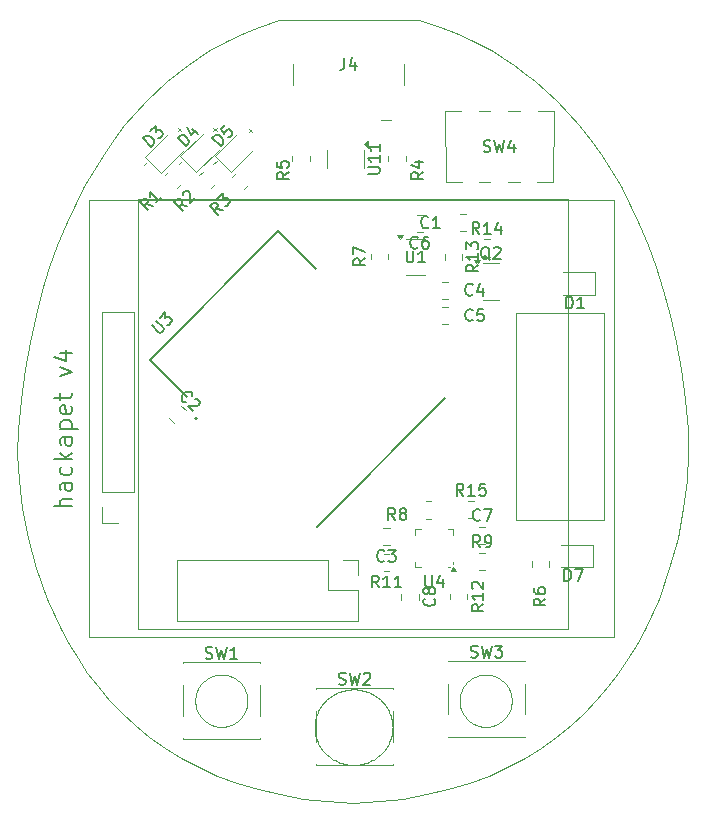
<source format=gbr>
%TF.GenerationSoftware,KiCad,Pcbnew,9.0.0*%
%TF.CreationDate,2026-01-25T00:23:47-05:00*%
%TF.ProjectId,hackapet_v4,6861636b-6170-4657-945f-76342e6b6963,rev?*%
%TF.SameCoordinates,Original*%
%TF.FileFunction,Legend,Top*%
%TF.FilePolarity,Positive*%
%FSLAX46Y46*%
G04 Gerber Fmt 4.6, Leading zero omitted, Abs format (unit mm)*
G04 Created by KiCad (PCBNEW 9.0.0) date 2026-01-25 00:23:47*
%MOMM*%
%LPD*%
G01*
G04 APERTURE LIST*
%ADD10C,0.100000*%
%ADD11C,0.150000*%
%ADD12C,0.120000*%
%ADD13C,0.127000*%
%ADD14C,0.200000*%
G04 APERTURE END LIST*
D10*
X178857408Y-113547898D02*
X177289068Y-112838962D01*
X162378608Y-90918201D02*
X162080471Y-88531532D01*
X210967467Y-107146161D02*
X209920292Y-108238538D01*
X190355114Y-115857199D02*
X188178151Y-115731536D01*
X204867063Y-54026222D02*
X205791745Y-54766563D01*
X166787196Y-65213094D02*
X167577218Y-63674000D01*
X208591774Y-57449985D02*
X209516502Y-58510276D01*
X201855680Y-113547898D02*
X200191977Y-114173499D01*
X169745622Y-107146161D02*
X168776805Y-106009305D01*
X196568762Y-115152493D02*
X194604391Y-115494783D01*
X163009081Y-76802151D02*
X163498763Y-74572819D01*
X200541829Y-51322783D02*
X202191556Y-52218526D01*
X163555623Y-95979323D02*
X162863847Y-93415600D01*
X195912795Y-49607335D02*
X196691649Y-49812151D01*
X162863847Y-93415600D02*
X162378608Y-90918201D01*
X180521111Y-114173499D02*
X178857408Y-113547898D01*
X172815684Y-56474947D02*
X174629388Y-54766573D01*
X177289068Y-112838962D02*
X175813663Y-112052242D01*
X203955349Y-53357106D02*
X204867063Y-54026222D01*
X167883917Y-104833521D02*
X167064528Y-103624359D01*
X162238484Y-81646242D02*
X162587289Y-79158790D01*
X179332876Y-105010165D02*
X179445139Y-105018702D01*
X179555769Y-105032759D01*
X179664629Y-105052200D01*
X179771578Y-105076883D01*
X179876479Y-105106672D01*
X179979191Y-105141426D01*
X180079577Y-105181007D01*
X180177497Y-105225275D01*
X180272813Y-105274093D01*
X180365385Y-105327321D01*
X180455075Y-105384820D01*
X180541744Y-105446452D01*
X180625253Y-105512077D01*
X180705463Y-105581556D01*
X180782235Y-105654751D01*
X180855430Y-105731523D01*
X180924909Y-105811733D01*
X180990534Y-105895242D01*
X181052166Y-105981911D01*
X181109665Y-106071601D01*
X181162893Y-106164173D01*
X181211711Y-106259489D01*
X181255979Y-106357409D01*
X181295560Y-106457795D01*
X181330314Y-106560508D01*
X181360103Y-106665408D01*
X181384786Y-106772357D01*
X181404227Y-106881217D01*
X181418284Y-106991847D01*
X181426821Y-107104110D01*
X181429697Y-107217866D01*
X181426821Y-107331622D01*
X181418284Y-107443885D01*
X181404227Y-107554516D01*
X181384786Y-107663375D01*
X181360103Y-107770324D01*
X181330314Y-107875225D01*
X181295560Y-107977937D01*
X181255979Y-108078323D01*
X181211711Y-108176243D01*
X181162893Y-108271559D01*
X181109665Y-108364131D01*
X181052166Y-108453821D01*
X180990534Y-108540490D01*
X180924909Y-108623999D01*
X180855430Y-108704209D01*
X180782235Y-108780981D01*
X180705463Y-108854176D01*
X180625253Y-108923655D01*
X180541744Y-108989280D01*
X180455075Y-109050912D01*
X180365385Y-109108411D01*
X180272813Y-109161639D01*
X180177497Y-109210457D01*
X180079577Y-109254726D01*
X179979191Y-109294306D01*
X179876479Y-109329060D01*
X179771578Y-109358849D01*
X179664629Y-109383532D01*
X179555769Y-109402973D01*
X179445139Y-109417031D01*
X179332876Y-109425567D01*
X179219120Y-109428443D01*
X179105364Y-109425567D01*
X178993101Y-109417031D01*
X178882471Y-109402973D01*
X178773611Y-109383532D01*
X178666662Y-109358849D01*
X178561761Y-109329060D01*
X178459049Y-109294306D01*
X178358663Y-109254726D01*
X178260743Y-109210457D01*
X178165427Y-109161639D01*
X178072855Y-109108411D01*
X177983165Y-109050912D01*
X177896496Y-108989280D01*
X177812987Y-108923655D01*
X177732777Y-108854176D01*
X177656005Y-108780981D01*
X177582810Y-108704209D01*
X177513331Y-108623999D01*
X177447706Y-108540490D01*
X177386074Y-108453821D01*
X177328575Y-108364131D01*
X177275347Y-108271559D01*
X177226529Y-108176243D01*
X177182261Y-108078323D01*
X177142680Y-107977937D01*
X177107926Y-107875225D01*
X177078137Y-107770324D01*
X177053454Y-107663375D01*
X177034013Y-107554516D01*
X177019956Y-107443885D01*
X177011419Y-107331622D01*
X177008543Y-107217866D01*
X177011419Y-107104110D01*
X177019956Y-106991847D01*
X177034013Y-106881217D01*
X177053454Y-106772357D01*
X177078137Y-106665408D01*
X177107926Y-106560508D01*
X177142680Y-106457795D01*
X177182261Y-106357409D01*
X177226529Y-106259489D01*
X177275347Y-106164173D01*
X177328575Y-106071601D01*
X177386074Y-105981911D01*
X177447706Y-105895242D01*
X177513331Y-105811733D01*
X177582810Y-105731523D01*
X177656005Y-105654751D01*
X177732777Y-105581556D01*
X177812987Y-105512077D01*
X177896496Y-105446452D01*
X177983165Y-105384820D01*
X178072855Y-105327321D01*
X178165427Y-105274093D01*
X178260743Y-105225275D01*
X178358663Y-105181007D01*
X178459049Y-105141426D01*
X178561761Y-105106672D01*
X178666662Y-105076883D01*
X178773611Y-105052200D01*
X178882471Y-105032759D01*
X178993101Y-105018702D01*
X179105364Y-105010165D01*
X179219120Y-105007289D01*
X179332876Y-105010165D01*
X168000000Y-64800000D02*
X212500000Y-64800000D01*
X162080471Y-88531532D02*
X161950000Y-86300000D01*
X190578814Y-106260485D02*
X190746753Y-106272859D01*
X190912228Y-106293236D01*
X191075034Y-106321413D01*
X191234963Y-106357187D01*
X191391810Y-106400357D01*
X191545368Y-106450719D01*
X191695431Y-106508073D01*
X191841792Y-106572215D01*
X191984246Y-106642943D01*
X192122586Y-106720055D01*
X192256605Y-106803348D01*
X192386098Y-106892620D01*
X192510858Y-106987670D01*
X192630679Y-107088293D01*
X192745354Y-107194290D01*
X192854678Y-107305456D01*
X192958444Y-107421589D01*
X193056445Y-107542488D01*
X193148476Y-107667950D01*
X193234329Y-107797772D01*
X193313800Y-107931753D01*
X193386681Y-108069690D01*
X193452766Y-108211381D01*
X193511849Y-108356623D01*
X193563723Y-108505214D01*
X193608183Y-108656952D01*
X193645022Y-108811635D01*
X193674034Y-108969059D01*
X193695012Y-109129024D01*
X193707750Y-109291326D01*
X193712041Y-109455763D01*
X193707750Y-109620200D01*
X193695012Y-109782503D01*
X193674034Y-109942468D01*
X193645022Y-110099893D01*
X193608183Y-110254575D01*
X193563723Y-110406314D01*
X193511849Y-110554905D01*
X193452766Y-110700147D01*
X193386681Y-110841838D01*
X193313800Y-110979775D01*
X193234329Y-111113756D01*
X193148476Y-111243579D01*
X193056445Y-111369041D01*
X192958444Y-111489940D01*
X192854678Y-111606074D01*
X192745354Y-111717240D01*
X192630679Y-111823236D01*
X192510858Y-111923860D01*
X192386098Y-112018910D01*
X192256605Y-112108182D01*
X192122586Y-112191475D01*
X191984246Y-112268587D01*
X191841792Y-112339315D01*
X191695431Y-112403457D01*
X191545368Y-112460811D01*
X191391810Y-112511174D01*
X191234963Y-112554343D01*
X191075034Y-112590118D01*
X190912228Y-112618294D01*
X190746753Y-112638671D01*
X190578814Y-112651045D01*
X190408617Y-112655215D01*
X190238406Y-112651045D01*
X190070453Y-112638671D01*
X189904964Y-112618294D01*
X189742147Y-112590118D01*
X189582206Y-112554343D01*
X189425349Y-112511174D01*
X189271781Y-112460811D01*
X189121709Y-112403457D01*
X188975339Y-112339315D01*
X188832878Y-112268587D01*
X188694531Y-112191475D01*
X188560505Y-112108182D01*
X188431006Y-112018910D01*
X188306241Y-111923860D01*
X188186416Y-111823236D01*
X188071736Y-111717240D01*
X187962409Y-111606074D01*
X187858640Y-111489940D01*
X187760636Y-111369041D01*
X187668603Y-111243579D01*
X187582747Y-111113756D01*
X187503275Y-110979775D01*
X187430393Y-110841838D01*
X187364307Y-110700147D01*
X187305223Y-110554905D01*
X187253348Y-110406314D01*
X187208887Y-110254575D01*
X187172048Y-110099893D01*
X187143037Y-109942468D01*
X187122058Y-109782503D01*
X187109320Y-109620200D01*
X187105029Y-109455763D01*
X187109320Y-109291326D01*
X187122058Y-109129024D01*
X187143037Y-108969059D01*
X187172048Y-108811635D01*
X187208887Y-108656952D01*
X187253348Y-108505214D01*
X187305223Y-108356623D01*
X187364307Y-108211381D01*
X187430393Y-108069690D01*
X187503275Y-107931753D01*
X187582747Y-107797772D01*
X187668603Y-107667950D01*
X187760636Y-107542488D01*
X187858640Y-107421589D01*
X187962409Y-107305456D01*
X188071736Y-107194290D01*
X188186416Y-107088293D01*
X188306241Y-106987670D01*
X188431006Y-106892620D01*
X188560505Y-106803348D01*
X188694531Y-106720055D01*
X188832878Y-106642943D01*
X188975339Y-106572215D01*
X189121709Y-106508073D01*
X189271781Y-106450719D01*
X189425349Y-106400357D01*
X189582206Y-106357187D01*
X189742147Y-106321413D01*
X189904964Y-106293236D01*
X190070453Y-106272859D01*
X190238406Y-106260485D01*
X190408617Y-106256315D01*
X190578814Y-106260485D01*
X215336905Y-68613616D02*
X216012957Y-70482057D01*
X168000000Y-101800000D02*
X168000000Y-64800000D01*
X164051241Y-72467290D02*
X164661419Y-70482058D01*
X208533418Y-101121708D02*
X172179671Y-101121708D01*
X172179671Y-64767960D01*
X208533418Y-64767960D01*
X208533418Y-101121708D01*
X174629388Y-54766573D02*
X176408927Y-53357117D01*
X173131938Y-110267653D02*
X171920759Y-109280886D01*
X218334487Y-90918201D02*
X217849247Y-93415600D01*
X165324201Y-68613618D02*
X166034492Y-66858466D01*
X205791745Y-54766563D02*
X206724212Y-55581634D01*
X210428285Y-59659317D02*
X211321940Y-60900614D01*
X170120239Y-59659323D02*
X171008578Y-58510282D01*
X202191556Y-52218526D02*
X203061786Y-52755709D01*
X214611629Y-66858463D02*
X215336905Y-68613616D01*
X209516502Y-58510276D02*
X210428285Y-59659317D01*
X196691649Y-49812151D02*
X197750414Y-50147636D01*
X168399463Y-62237676D02*
X169248835Y-60900619D01*
X217157470Y-95979323D02*
X216239720Y-98564961D01*
X212500000Y-101800000D02*
X168000000Y-101800000D01*
X161967760Y-84268013D02*
X162238484Y-81646242D01*
X171920759Y-109280886D02*
X170792797Y-108238538D01*
X163498763Y-74572819D02*
X164051241Y-72467290D01*
X203061786Y-52755709D02*
X203955349Y-53357106D01*
X215690032Y-99852122D02*
X215076563Y-101128109D01*
X206284326Y-111193289D02*
X204899425Y-112052242D01*
X217849247Y-93415600D02*
X217157470Y-95979323D01*
X216239720Y-98564961D02*
X215690032Y-99852122D01*
X204150000Y-74375000D02*
X211650000Y-74375000D01*
X211650000Y-91925000D01*
X204150000Y-91925000D01*
X204150000Y-74375000D01*
X199047627Y-50641833D02*
X200541829Y-51322783D01*
X218745338Y-84268013D02*
X218763097Y-86300000D01*
X217196659Y-74572818D02*
X217693943Y-76802150D01*
X175813663Y-112052242D02*
X174428763Y-111193289D01*
X217693943Y-76802150D02*
X218121273Y-79158790D01*
X211321940Y-60900614D02*
X212192285Y-62237672D01*
X184085921Y-49607351D02*
X195912795Y-49607335D01*
X213648563Y-103624359D02*
X212829173Y-104833521D01*
X204899425Y-112052242D02*
X203424020Y-112838962D01*
X168776805Y-106009305D02*
X167883917Y-104833521D01*
X188178151Y-115731536D02*
X186108698Y-115494783D01*
X213842312Y-65213091D02*
X214611629Y-66858463D01*
X198430481Y-114710214D02*
X196568762Y-115152493D01*
X218632625Y-88531532D02*
X218334487Y-90918201D01*
X171008578Y-58510282D02*
X172815684Y-56474947D01*
X167577218Y-63674000D02*
X168399463Y-62237676D01*
X179702454Y-51322796D02*
X181134915Y-50641848D01*
X212500000Y-64800000D02*
X212500000Y-101800000D01*
X165023059Y-99852122D02*
X164473372Y-98564961D01*
X169248835Y-60900619D02*
X170120239Y-59659323D01*
X203424020Y-112838962D02*
X201855680Y-113547898D01*
X165636528Y-101128109D02*
X165023059Y-99852122D01*
X181134915Y-50641848D02*
X182370156Y-50147652D01*
X194604391Y-115494783D02*
X192534938Y-115731536D01*
X192534938Y-115731536D02*
X190357975Y-115857199D01*
X206724212Y-55581634D02*
X207659283Y-56474939D01*
X162587289Y-79158790D02*
X163009081Y-76802151D01*
X207659283Y-56474939D02*
X208591774Y-57449985D01*
X166316208Y-102387372D02*
X165636528Y-101128109D01*
X218121273Y-79158790D02*
X218473465Y-81646242D01*
X170792797Y-108238538D02*
X169745622Y-107146161D01*
X166034492Y-66858466D02*
X166787196Y-65213094D01*
X208792330Y-109280886D02*
X207581151Y-110267653D01*
X212192285Y-62237672D02*
X213034136Y-63673996D01*
X174428763Y-111193289D02*
X173131938Y-110267653D01*
X214396883Y-102387372D02*
X213648563Y-103624359D01*
X216634602Y-72467289D02*
X217196659Y-74572818D01*
X200191977Y-114173499D02*
X198430481Y-114710214D01*
X197750414Y-50147636D02*
X199047627Y-50641833D01*
X176408927Y-53357117D02*
X178113537Y-52218539D01*
X164661419Y-70482058D02*
X165324201Y-68613618D01*
X218763097Y-86300000D02*
X218632625Y-88531532D01*
X215076563Y-101128109D02*
X214396883Y-102387372D01*
X186108698Y-115494783D02*
X184144327Y-115152493D01*
X182282608Y-114710214D02*
X180521111Y-114173499D01*
X178113537Y-52218539D02*
X179702454Y-51322796D01*
X216012957Y-70482057D02*
X216634602Y-72467289D01*
X218473465Y-81646242D02*
X218745338Y-84268013D01*
X209920292Y-108238538D02*
X208792330Y-109280886D01*
X184144327Y-115152493D02*
X182282608Y-114710214D01*
X207581151Y-110267653D02*
X206284326Y-111193289D01*
X201711862Y-105010165D02*
X201824125Y-105018702D01*
X201934755Y-105032759D01*
X202043614Y-105052200D01*
X202150564Y-105076883D01*
X202255464Y-105106672D01*
X202358177Y-105141426D01*
X202458563Y-105181007D01*
X202556483Y-105225275D01*
X202651799Y-105274093D01*
X202744371Y-105327321D01*
X202834061Y-105384820D01*
X202920730Y-105446452D01*
X203004239Y-105512077D01*
X203084448Y-105581556D01*
X203161220Y-105654751D01*
X203234416Y-105731523D01*
X203303895Y-105811733D01*
X203369520Y-105895242D01*
X203431151Y-105981911D01*
X203488651Y-106071601D01*
X203541879Y-106164173D01*
X203590696Y-106259489D01*
X203634965Y-106357409D01*
X203674546Y-106457795D01*
X203709300Y-106560508D01*
X203739088Y-106665408D01*
X203763772Y-106772357D01*
X203783212Y-106881217D01*
X203797270Y-106991847D01*
X203805807Y-107104110D01*
X203808683Y-107217866D01*
X203805807Y-107331622D01*
X203797270Y-107443885D01*
X203783212Y-107554516D01*
X203763772Y-107663375D01*
X203739088Y-107770324D01*
X203709300Y-107875225D01*
X203674546Y-107977937D01*
X203634965Y-108078323D01*
X203590696Y-108176243D01*
X203541879Y-108271559D01*
X203488651Y-108364131D01*
X203431151Y-108453821D01*
X203369520Y-108540490D01*
X203303895Y-108623999D01*
X203234416Y-108704209D01*
X203161220Y-108780981D01*
X203084448Y-108854176D01*
X203004239Y-108923655D01*
X202920730Y-108989280D01*
X202834061Y-109050912D01*
X202744371Y-109108411D01*
X202651799Y-109161639D01*
X202556483Y-109210457D01*
X202458563Y-109254726D01*
X202358177Y-109294306D01*
X202255464Y-109329060D01*
X202150564Y-109358849D01*
X202043614Y-109383532D01*
X201934755Y-109402973D01*
X201824125Y-109417031D01*
X201711862Y-109425567D01*
X201598106Y-109428443D01*
X201484349Y-109425567D01*
X201372087Y-109417031D01*
X201261456Y-109402973D01*
X201152597Y-109383532D01*
X201045647Y-109358849D01*
X200940747Y-109329060D01*
X200838034Y-109294306D01*
X200737649Y-109254726D01*
X200639728Y-109210457D01*
X200544413Y-109161639D01*
X200451840Y-109108411D01*
X200362150Y-109050912D01*
X200275481Y-108989280D01*
X200191973Y-108923655D01*
X200111763Y-108854176D01*
X200034991Y-108780981D01*
X199961796Y-108704209D01*
X199892316Y-108623999D01*
X199826691Y-108540490D01*
X199765060Y-108453821D01*
X199707561Y-108364131D01*
X199654333Y-108271559D01*
X199605515Y-108176243D01*
X199561246Y-108078323D01*
X199521665Y-107977937D01*
X199486911Y-107875225D01*
X199457123Y-107770324D01*
X199432439Y-107663375D01*
X199412999Y-107554516D01*
X199398941Y-107443885D01*
X199390405Y-107331622D01*
X199387528Y-107217866D01*
X199390405Y-107104110D01*
X199398941Y-106991847D01*
X199412999Y-106881217D01*
X199432439Y-106772357D01*
X199457123Y-106665408D01*
X199486911Y-106560508D01*
X199521665Y-106457795D01*
X199561246Y-106357409D01*
X199605515Y-106259489D01*
X199654333Y-106164173D01*
X199707561Y-106071601D01*
X199765060Y-105981911D01*
X199826691Y-105895242D01*
X199892316Y-105811733D01*
X199961796Y-105731523D01*
X200034991Y-105654751D01*
X200111763Y-105581556D01*
X200191973Y-105512077D01*
X200275481Y-105446452D01*
X200362150Y-105384820D01*
X200451840Y-105327321D01*
X200544413Y-105274093D01*
X200639728Y-105225275D01*
X200737649Y-105181007D01*
X200838034Y-105141426D01*
X200940747Y-105106672D01*
X201045647Y-105076883D01*
X201152597Y-105052200D01*
X201261456Y-105032759D01*
X201372087Y-105018702D01*
X201484349Y-105010165D01*
X201598106Y-105007289D01*
X201711862Y-105010165D01*
X161950000Y-86300000D02*
X161967760Y-84268013D01*
X211936284Y-106009305D02*
X210967467Y-107146161D01*
X212829173Y-104833521D02*
X211936284Y-106009305D01*
X164473372Y-98564961D02*
X163555623Y-95979323D01*
X213034136Y-63673996D02*
X213842312Y-65213091D01*
X190357975Y-115857199D02*
X190355114Y-115857199D01*
X167064528Y-103624359D02*
X166316208Y-102387372D01*
X182370156Y-50147652D02*
X184085921Y-49607351D01*
X172674067Y-61862668D02*
X172943441Y-61593294D01*
X175574067Y-58987668D02*
X175843441Y-58718294D01*
X175843441Y-58987668D02*
X175574067Y-58718294D01*
D11*
X166583628Y-90769173D02*
X165083628Y-90769173D01*
X166583628Y-90126316D02*
X165797914Y-90126316D01*
X165797914Y-90126316D02*
X165655057Y-90197744D01*
X165655057Y-90197744D02*
X165583628Y-90340601D01*
X165583628Y-90340601D02*
X165583628Y-90554887D01*
X165583628Y-90554887D02*
X165655057Y-90697744D01*
X165655057Y-90697744D02*
X165726485Y-90769173D01*
X166583628Y-88769173D02*
X165797914Y-88769173D01*
X165797914Y-88769173D02*
X165655057Y-88840601D01*
X165655057Y-88840601D02*
X165583628Y-88983458D01*
X165583628Y-88983458D02*
X165583628Y-89269173D01*
X165583628Y-89269173D02*
X165655057Y-89412030D01*
X166512200Y-88769173D02*
X166583628Y-88912030D01*
X166583628Y-88912030D02*
X166583628Y-89269173D01*
X166583628Y-89269173D02*
X166512200Y-89412030D01*
X166512200Y-89412030D02*
X166369342Y-89483458D01*
X166369342Y-89483458D02*
X166226485Y-89483458D01*
X166226485Y-89483458D02*
X166083628Y-89412030D01*
X166083628Y-89412030D02*
X166012200Y-89269173D01*
X166012200Y-89269173D02*
X166012200Y-88912030D01*
X166012200Y-88912030D02*
X165940771Y-88769173D01*
X166512200Y-87412030D02*
X166583628Y-87554887D01*
X166583628Y-87554887D02*
X166583628Y-87840601D01*
X166583628Y-87840601D02*
X166512200Y-87983458D01*
X166512200Y-87983458D02*
X166440771Y-88054887D01*
X166440771Y-88054887D02*
X166297914Y-88126315D01*
X166297914Y-88126315D02*
X165869342Y-88126315D01*
X165869342Y-88126315D02*
X165726485Y-88054887D01*
X165726485Y-88054887D02*
X165655057Y-87983458D01*
X165655057Y-87983458D02*
X165583628Y-87840601D01*
X165583628Y-87840601D02*
X165583628Y-87554887D01*
X165583628Y-87554887D02*
X165655057Y-87412030D01*
X166583628Y-86769173D02*
X165083628Y-86769173D01*
X166012200Y-86626316D02*
X166583628Y-86197744D01*
X165583628Y-86197744D02*
X166155057Y-86769173D01*
X166583628Y-84912030D02*
X165797914Y-84912030D01*
X165797914Y-84912030D02*
X165655057Y-84983458D01*
X165655057Y-84983458D02*
X165583628Y-85126315D01*
X165583628Y-85126315D02*
X165583628Y-85412030D01*
X165583628Y-85412030D02*
X165655057Y-85554887D01*
X166512200Y-84912030D02*
X166583628Y-85054887D01*
X166583628Y-85054887D02*
X166583628Y-85412030D01*
X166583628Y-85412030D02*
X166512200Y-85554887D01*
X166512200Y-85554887D02*
X166369342Y-85626315D01*
X166369342Y-85626315D02*
X166226485Y-85626315D01*
X166226485Y-85626315D02*
X166083628Y-85554887D01*
X166083628Y-85554887D02*
X166012200Y-85412030D01*
X166012200Y-85412030D02*
X166012200Y-85054887D01*
X166012200Y-85054887D02*
X165940771Y-84912030D01*
X165583628Y-84197744D02*
X167083628Y-84197744D01*
X165655057Y-84197744D02*
X165583628Y-84054887D01*
X165583628Y-84054887D02*
X165583628Y-83769172D01*
X165583628Y-83769172D02*
X165655057Y-83626315D01*
X165655057Y-83626315D02*
X165726485Y-83554887D01*
X165726485Y-83554887D02*
X165869342Y-83483458D01*
X165869342Y-83483458D02*
X166297914Y-83483458D01*
X166297914Y-83483458D02*
X166440771Y-83554887D01*
X166440771Y-83554887D02*
X166512200Y-83626315D01*
X166512200Y-83626315D02*
X166583628Y-83769172D01*
X166583628Y-83769172D02*
X166583628Y-84054887D01*
X166583628Y-84054887D02*
X166512200Y-84197744D01*
X166512200Y-82269172D02*
X166583628Y-82412029D01*
X166583628Y-82412029D02*
X166583628Y-82697744D01*
X166583628Y-82697744D02*
X166512200Y-82840601D01*
X166512200Y-82840601D02*
X166369342Y-82912029D01*
X166369342Y-82912029D02*
X165797914Y-82912029D01*
X165797914Y-82912029D02*
X165655057Y-82840601D01*
X165655057Y-82840601D02*
X165583628Y-82697744D01*
X165583628Y-82697744D02*
X165583628Y-82412029D01*
X165583628Y-82412029D02*
X165655057Y-82269172D01*
X165655057Y-82269172D02*
X165797914Y-82197744D01*
X165797914Y-82197744D02*
X165940771Y-82197744D01*
X165940771Y-82197744D02*
X166083628Y-82912029D01*
X165583628Y-81769172D02*
X165583628Y-81197744D01*
X165083628Y-81554887D02*
X166369342Y-81554887D01*
X166369342Y-81554887D02*
X166512200Y-81483458D01*
X166512200Y-81483458D02*
X166583628Y-81340601D01*
X166583628Y-81340601D02*
X166583628Y-81197744D01*
X165583628Y-79697744D02*
X166583628Y-79340601D01*
X166583628Y-79340601D02*
X165583628Y-78983458D01*
X165583628Y-77769173D02*
X166583628Y-77769173D01*
X165012200Y-78126315D02*
X166083628Y-78483458D01*
X166083628Y-78483458D02*
X166083628Y-77554887D01*
D10*
X175624067Y-61787668D02*
X175893441Y-61518294D01*
X181524067Y-59037668D02*
X181793441Y-58768294D01*
X181793441Y-59037668D02*
X181524067Y-58768294D01*
X178549067Y-58962668D02*
X178818441Y-58693294D01*
X178818441Y-58962668D02*
X178549067Y-58693294D01*
X178549067Y-61762668D02*
X178818441Y-61493294D01*
D11*
X189641666Y-52794819D02*
X189641666Y-53509104D01*
X189641666Y-53509104D02*
X189594047Y-53651961D01*
X189594047Y-53651961D02*
X189498809Y-53747200D01*
X189498809Y-53747200D02*
X189355952Y-53794819D01*
X189355952Y-53794819D02*
X189260714Y-53794819D01*
X190546428Y-53128152D02*
X190546428Y-53794819D01*
X190308333Y-52747200D02*
X190070238Y-53461485D01*
X190070238Y-53461485D02*
X190689285Y-53461485D01*
X200341667Y-103507200D02*
X200484524Y-103554819D01*
X200484524Y-103554819D02*
X200722619Y-103554819D01*
X200722619Y-103554819D02*
X200817857Y-103507200D01*
X200817857Y-103507200D02*
X200865476Y-103459580D01*
X200865476Y-103459580D02*
X200913095Y-103364342D01*
X200913095Y-103364342D02*
X200913095Y-103269104D01*
X200913095Y-103269104D02*
X200865476Y-103173866D01*
X200865476Y-103173866D02*
X200817857Y-103126247D01*
X200817857Y-103126247D02*
X200722619Y-103078628D01*
X200722619Y-103078628D02*
X200532143Y-103031009D01*
X200532143Y-103031009D02*
X200436905Y-102983390D01*
X200436905Y-102983390D02*
X200389286Y-102935771D01*
X200389286Y-102935771D02*
X200341667Y-102840533D01*
X200341667Y-102840533D02*
X200341667Y-102745295D01*
X200341667Y-102745295D02*
X200389286Y-102650057D01*
X200389286Y-102650057D02*
X200436905Y-102602438D01*
X200436905Y-102602438D02*
X200532143Y-102554819D01*
X200532143Y-102554819D02*
X200770238Y-102554819D01*
X200770238Y-102554819D02*
X200913095Y-102602438D01*
X201246429Y-102554819D02*
X201484524Y-103554819D01*
X201484524Y-103554819D02*
X201675000Y-102840533D01*
X201675000Y-102840533D02*
X201865476Y-103554819D01*
X201865476Y-103554819D02*
X202103572Y-102554819D01*
X202389286Y-102554819D02*
X203008333Y-102554819D01*
X203008333Y-102554819D02*
X202675000Y-102935771D01*
X202675000Y-102935771D02*
X202817857Y-102935771D01*
X202817857Y-102935771D02*
X202913095Y-102983390D01*
X202913095Y-102983390D02*
X202960714Y-103031009D01*
X202960714Y-103031009D02*
X203008333Y-103126247D01*
X203008333Y-103126247D02*
X203008333Y-103364342D01*
X203008333Y-103364342D02*
X202960714Y-103459580D01*
X202960714Y-103459580D02*
X202913095Y-103507200D01*
X202913095Y-103507200D02*
X202817857Y-103554819D01*
X202817857Y-103554819D02*
X202532143Y-103554819D01*
X202532143Y-103554819D02*
X202436905Y-103507200D01*
X202436905Y-103507200D02*
X202389286Y-103459580D01*
X173282967Y-60301791D02*
X172575861Y-59594684D01*
X172575861Y-59594684D02*
X172744219Y-59426325D01*
X172744219Y-59426325D02*
X172878906Y-59358982D01*
X172878906Y-59358982D02*
X173013593Y-59358982D01*
X173013593Y-59358982D02*
X173114609Y-59392654D01*
X173114609Y-59392654D02*
X173282967Y-59493669D01*
X173282967Y-59493669D02*
X173383983Y-59594684D01*
X173383983Y-59594684D02*
X173484998Y-59763043D01*
X173484998Y-59763043D02*
X173518670Y-59864058D01*
X173518670Y-59864058D02*
X173518670Y-59998745D01*
X173518670Y-59998745D02*
X173451326Y-60133432D01*
X173451326Y-60133432D02*
X173282967Y-60301791D01*
X173215624Y-58954921D02*
X173653357Y-58517188D01*
X173653357Y-58517188D02*
X173687028Y-59022264D01*
X173687028Y-59022264D02*
X173788044Y-58921249D01*
X173788044Y-58921249D02*
X173889059Y-58887577D01*
X173889059Y-58887577D02*
X173956402Y-58887577D01*
X173956402Y-58887577D02*
X174057418Y-58921249D01*
X174057418Y-58921249D02*
X174225776Y-59089608D01*
X174225776Y-59089608D02*
X174259448Y-59190623D01*
X174259448Y-59190623D02*
X174259448Y-59257967D01*
X174259448Y-59257967D02*
X174225776Y-59358982D01*
X174225776Y-59358982D02*
X174023746Y-59561012D01*
X174023746Y-59561012D02*
X173922731Y-59594684D01*
X173922731Y-59594684D02*
X173855387Y-59594684D01*
X199707142Y-89854819D02*
X199373809Y-89378628D01*
X199135714Y-89854819D02*
X199135714Y-88854819D01*
X199135714Y-88854819D02*
X199516666Y-88854819D01*
X199516666Y-88854819D02*
X199611904Y-88902438D01*
X199611904Y-88902438D02*
X199659523Y-88950057D01*
X199659523Y-88950057D02*
X199707142Y-89045295D01*
X199707142Y-89045295D02*
X199707142Y-89188152D01*
X199707142Y-89188152D02*
X199659523Y-89283390D01*
X199659523Y-89283390D02*
X199611904Y-89331009D01*
X199611904Y-89331009D02*
X199516666Y-89378628D01*
X199516666Y-89378628D02*
X199135714Y-89378628D01*
X200659523Y-89854819D02*
X200088095Y-89854819D01*
X200373809Y-89854819D02*
X200373809Y-88854819D01*
X200373809Y-88854819D02*
X200278571Y-88997676D01*
X200278571Y-88997676D02*
X200183333Y-89092914D01*
X200183333Y-89092914D02*
X200088095Y-89140533D01*
X201564285Y-88854819D02*
X201088095Y-88854819D01*
X201088095Y-88854819D02*
X201040476Y-89331009D01*
X201040476Y-89331009D02*
X201088095Y-89283390D01*
X201088095Y-89283390D02*
X201183333Y-89235771D01*
X201183333Y-89235771D02*
X201421428Y-89235771D01*
X201421428Y-89235771D02*
X201516666Y-89283390D01*
X201516666Y-89283390D02*
X201564285Y-89331009D01*
X201564285Y-89331009D02*
X201611904Y-89426247D01*
X201611904Y-89426247D02*
X201611904Y-89664342D01*
X201611904Y-89664342D02*
X201564285Y-89759580D01*
X201564285Y-89759580D02*
X201516666Y-89807200D01*
X201516666Y-89807200D02*
X201421428Y-89854819D01*
X201421428Y-89854819D02*
X201183333Y-89854819D01*
X201183333Y-89854819D02*
X201088095Y-89807200D01*
X201088095Y-89807200D02*
X201040476Y-89759580D01*
X201130833Y-91889580D02*
X201083214Y-91937200D01*
X201083214Y-91937200D02*
X200940357Y-91984819D01*
X200940357Y-91984819D02*
X200845119Y-91984819D01*
X200845119Y-91984819D02*
X200702262Y-91937200D01*
X200702262Y-91937200D02*
X200607024Y-91841961D01*
X200607024Y-91841961D02*
X200559405Y-91746723D01*
X200559405Y-91746723D02*
X200511786Y-91556247D01*
X200511786Y-91556247D02*
X200511786Y-91413390D01*
X200511786Y-91413390D02*
X200559405Y-91222914D01*
X200559405Y-91222914D02*
X200607024Y-91127676D01*
X200607024Y-91127676D02*
X200702262Y-91032438D01*
X200702262Y-91032438D02*
X200845119Y-90984819D01*
X200845119Y-90984819D02*
X200940357Y-90984819D01*
X200940357Y-90984819D02*
X201083214Y-91032438D01*
X201083214Y-91032438D02*
X201130833Y-91080057D01*
X201464167Y-90984819D02*
X202130833Y-90984819D01*
X202130833Y-90984819D02*
X201702262Y-91984819D01*
X208411905Y-74004819D02*
X208411905Y-73004819D01*
X208411905Y-73004819D02*
X208650000Y-73004819D01*
X208650000Y-73004819D02*
X208792857Y-73052438D01*
X208792857Y-73052438D02*
X208888095Y-73147676D01*
X208888095Y-73147676D02*
X208935714Y-73242914D01*
X208935714Y-73242914D02*
X208983333Y-73433390D01*
X208983333Y-73433390D02*
X208983333Y-73576247D01*
X208983333Y-73576247D02*
X208935714Y-73766723D01*
X208935714Y-73766723D02*
X208888095Y-73861961D01*
X208888095Y-73861961D02*
X208792857Y-73957200D01*
X208792857Y-73957200D02*
X208650000Y-74004819D01*
X208650000Y-74004819D02*
X208411905Y-74004819D01*
X209935714Y-74004819D02*
X209364286Y-74004819D01*
X209650000Y-74004819D02*
X209650000Y-73004819D01*
X209650000Y-73004819D02*
X209554762Y-73147676D01*
X209554762Y-73147676D02*
X209459524Y-73242914D01*
X209459524Y-73242914D02*
X209364286Y-73290533D01*
X195839583Y-68833330D02*
X195791964Y-68880950D01*
X195791964Y-68880950D02*
X195649107Y-68928569D01*
X195649107Y-68928569D02*
X195553869Y-68928569D01*
X195553869Y-68928569D02*
X195411012Y-68880950D01*
X195411012Y-68880950D02*
X195315774Y-68785711D01*
X195315774Y-68785711D02*
X195268155Y-68690473D01*
X195268155Y-68690473D02*
X195220536Y-68499997D01*
X195220536Y-68499997D02*
X195220536Y-68357140D01*
X195220536Y-68357140D02*
X195268155Y-68166664D01*
X195268155Y-68166664D02*
X195315774Y-68071426D01*
X195315774Y-68071426D02*
X195411012Y-67976188D01*
X195411012Y-67976188D02*
X195553869Y-67928569D01*
X195553869Y-67928569D02*
X195649107Y-67928569D01*
X195649107Y-67928569D02*
X195791964Y-67976188D01*
X195791964Y-67976188D02*
X195839583Y-68023807D01*
X196696726Y-67928569D02*
X196506250Y-67928569D01*
X196506250Y-67928569D02*
X196411012Y-67976188D01*
X196411012Y-67976188D02*
X196363393Y-68023807D01*
X196363393Y-68023807D02*
X196268155Y-68166664D01*
X196268155Y-68166664D02*
X196220536Y-68357140D01*
X196220536Y-68357140D02*
X196220536Y-68738092D01*
X196220536Y-68738092D02*
X196268155Y-68833330D01*
X196268155Y-68833330D02*
X196315774Y-68880950D01*
X196315774Y-68880950D02*
X196411012Y-68928569D01*
X196411012Y-68928569D02*
X196601488Y-68928569D01*
X196601488Y-68928569D02*
X196696726Y-68880950D01*
X196696726Y-68880950D02*
X196744345Y-68833330D01*
X196744345Y-68833330D02*
X196791964Y-68738092D01*
X196791964Y-68738092D02*
X196791964Y-68499997D01*
X196791964Y-68499997D02*
X196744345Y-68404759D01*
X196744345Y-68404759D02*
X196696726Y-68357140D01*
X196696726Y-68357140D02*
X196601488Y-68309521D01*
X196601488Y-68309521D02*
X196411012Y-68309521D01*
X196411012Y-68309521D02*
X196315774Y-68357140D01*
X196315774Y-68357140D02*
X196268155Y-68404759D01*
X196268155Y-68404759D02*
X196220536Y-68499997D01*
X179350892Y-65645871D02*
X178778473Y-65544856D01*
X178946831Y-66049932D02*
X178239725Y-65342825D01*
X178239725Y-65342825D02*
X178509099Y-65073451D01*
X178509099Y-65073451D02*
X178610114Y-65039779D01*
X178610114Y-65039779D02*
X178677457Y-65039779D01*
X178677457Y-65039779D02*
X178778473Y-65073451D01*
X178778473Y-65073451D02*
X178879488Y-65174466D01*
X178879488Y-65174466D02*
X178913160Y-65275482D01*
X178913160Y-65275482D02*
X178913160Y-65342825D01*
X178913160Y-65342825D02*
X178879488Y-65443840D01*
X178879488Y-65443840D02*
X178610114Y-65713214D01*
X178879488Y-64703062D02*
X179317221Y-64265329D01*
X179317221Y-64265329D02*
X179350892Y-64770405D01*
X179350892Y-64770405D02*
X179451908Y-64669390D01*
X179451908Y-64669390D02*
X179552923Y-64635718D01*
X179552923Y-64635718D02*
X179620266Y-64635718D01*
X179620266Y-64635718D02*
X179721282Y-64669390D01*
X179721282Y-64669390D02*
X179889640Y-64837749D01*
X179889640Y-64837749D02*
X179923312Y-64938764D01*
X179923312Y-64938764D02*
X179923312Y-65006108D01*
X179923312Y-65006108D02*
X179889640Y-65107123D01*
X179889640Y-65107123D02*
X179687610Y-65309153D01*
X179687610Y-65309153D02*
X179586595Y-65342825D01*
X179586595Y-65342825D02*
X179519251Y-65342825D01*
X201948511Y-69893807D02*
X201853273Y-69846188D01*
X201853273Y-69846188D02*
X201758035Y-69750950D01*
X201758035Y-69750950D02*
X201615178Y-69608092D01*
X201615178Y-69608092D02*
X201519940Y-69560473D01*
X201519940Y-69560473D02*
X201424702Y-69560473D01*
X201472321Y-69798569D02*
X201377083Y-69750950D01*
X201377083Y-69750950D02*
X201281845Y-69655711D01*
X201281845Y-69655711D02*
X201234226Y-69465235D01*
X201234226Y-69465235D02*
X201234226Y-69131902D01*
X201234226Y-69131902D02*
X201281845Y-68941426D01*
X201281845Y-68941426D02*
X201377083Y-68846188D01*
X201377083Y-68846188D02*
X201472321Y-68798569D01*
X201472321Y-68798569D02*
X201662797Y-68798569D01*
X201662797Y-68798569D02*
X201758035Y-68846188D01*
X201758035Y-68846188D02*
X201853273Y-68941426D01*
X201853273Y-68941426D02*
X201900892Y-69131902D01*
X201900892Y-69131902D02*
X201900892Y-69465235D01*
X201900892Y-69465235D02*
X201853273Y-69655711D01*
X201853273Y-69655711D02*
X201758035Y-69750950D01*
X201758035Y-69750950D02*
X201662797Y-69798569D01*
X201662797Y-69798569D02*
X201472321Y-69798569D01*
X202281845Y-68893807D02*
X202329464Y-68846188D01*
X202329464Y-68846188D02*
X202424702Y-68798569D01*
X202424702Y-68798569D02*
X202662797Y-68798569D01*
X202662797Y-68798569D02*
X202758035Y-68846188D01*
X202758035Y-68846188D02*
X202805654Y-68893807D01*
X202805654Y-68893807D02*
X202853273Y-68989045D01*
X202853273Y-68989045D02*
X202853273Y-69084283D01*
X202853273Y-69084283D02*
X202805654Y-69227140D01*
X202805654Y-69227140D02*
X202234226Y-69798569D01*
X202234226Y-69798569D02*
X202853273Y-69798569D01*
X177891667Y-103607200D02*
X178034524Y-103654819D01*
X178034524Y-103654819D02*
X178272619Y-103654819D01*
X178272619Y-103654819D02*
X178367857Y-103607200D01*
X178367857Y-103607200D02*
X178415476Y-103559580D01*
X178415476Y-103559580D02*
X178463095Y-103464342D01*
X178463095Y-103464342D02*
X178463095Y-103369104D01*
X178463095Y-103369104D02*
X178415476Y-103273866D01*
X178415476Y-103273866D02*
X178367857Y-103226247D01*
X178367857Y-103226247D02*
X178272619Y-103178628D01*
X178272619Y-103178628D02*
X178082143Y-103131009D01*
X178082143Y-103131009D02*
X177986905Y-103083390D01*
X177986905Y-103083390D02*
X177939286Y-103035771D01*
X177939286Y-103035771D02*
X177891667Y-102940533D01*
X177891667Y-102940533D02*
X177891667Y-102845295D01*
X177891667Y-102845295D02*
X177939286Y-102750057D01*
X177939286Y-102750057D02*
X177986905Y-102702438D01*
X177986905Y-102702438D02*
X178082143Y-102654819D01*
X178082143Y-102654819D02*
X178320238Y-102654819D01*
X178320238Y-102654819D02*
X178463095Y-102702438D01*
X178796429Y-102654819D02*
X179034524Y-103654819D01*
X179034524Y-103654819D02*
X179225000Y-102940533D01*
X179225000Y-102940533D02*
X179415476Y-103654819D01*
X179415476Y-103654819D02*
X179653572Y-102654819D01*
X180558333Y-103654819D02*
X179986905Y-103654819D01*
X180272619Y-103654819D02*
X180272619Y-102654819D01*
X180272619Y-102654819D02*
X180177381Y-102797676D01*
X180177381Y-102797676D02*
X180082143Y-102892914D01*
X180082143Y-102892914D02*
X179986905Y-102940533D01*
X196488095Y-96584819D02*
X196488095Y-97394342D01*
X196488095Y-97394342D02*
X196535714Y-97489580D01*
X196535714Y-97489580D02*
X196583333Y-97537200D01*
X196583333Y-97537200D02*
X196678571Y-97584819D01*
X196678571Y-97584819D02*
X196869047Y-97584819D01*
X196869047Y-97584819D02*
X196964285Y-97537200D01*
X196964285Y-97537200D02*
X197011904Y-97489580D01*
X197011904Y-97489580D02*
X197059523Y-97394342D01*
X197059523Y-97394342D02*
X197059523Y-96584819D01*
X197964285Y-96918152D02*
X197964285Y-97584819D01*
X197726190Y-96537200D02*
X197488095Y-97251485D01*
X197488095Y-97251485D02*
X198107142Y-97251485D01*
X193933333Y-91904819D02*
X193600000Y-91428628D01*
X193361905Y-91904819D02*
X193361905Y-90904819D01*
X193361905Y-90904819D02*
X193742857Y-90904819D01*
X193742857Y-90904819D02*
X193838095Y-90952438D01*
X193838095Y-90952438D02*
X193885714Y-91000057D01*
X193885714Y-91000057D02*
X193933333Y-91095295D01*
X193933333Y-91095295D02*
X193933333Y-91238152D01*
X193933333Y-91238152D02*
X193885714Y-91333390D01*
X193885714Y-91333390D02*
X193838095Y-91381009D01*
X193838095Y-91381009D02*
X193742857Y-91428628D01*
X193742857Y-91428628D02*
X193361905Y-91428628D01*
X194504762Y-91333390D02*
X194409524Y-91285771D01*
X194409524Y-91285771D02*
X194361905Y-91238152D01*
X194361905Y-91238152D02*
X194314286Y-91142914D01*
X194314286Y-91142914D02*
X194314286Y-91095295D01*
X194314286Y-91095295D02*
X194361905Y-91000057D01*
X194361905Y-91000057D02*
X194409524Y-90952438D01*
X194409524Y-90952438D02*
X194504762Y-90904819D01*
X194504762Y-90904819D02*
X194695238Y-90904819D01*
X194695238Y-90904819D02*
X194790476Y-90952438D01*
X194790476Y-90952438D02*
X194838095Y-91000057D01*
X194838095Y-91000057D02*
X194885714Y-91095295D01*
X194885714Y-91095295D02*
X194885714Y-91142914D01*
X194885714Y-91142914D02*
X194838095Y-91238152D01*
X194838095Y-91238152D02*
X194790476Y-91285771D01*
X194790476Y-91285771D02*
X194695238Y-91333390D01*
X194695238Y-91333390D02*
X194504762Y-91333390D01*
X194504762Y-91333390D02*
X194409524Y-91381009D01*
X194409524Y-91381009D02*
X194361905Y-91428628D01*
X194361905Y-91428628D02*
X194314286Y-91523866D01*
X194314286Y-91523866D02*
X194314286Y-91714342D01*
X194314286Y-91714342D02*
X194361905Y-91809580D01*
X194361905Y-91809580D02*
X194409524Y-91857200D01*
X194409524Y-91857200D02*
X194504762Y-91904819D01*
X194504762Y-91904819D02*
X194695238Y-91904819D01*
X194695238Y-91904819D02*
X194790476Y-91857200D01*
X194790476Y-91857200D02*
X194838095Y-91809580D01*
X194838095Y-91809580D02*
X194885714Y-91714342D01*
X194885714Y-91714342D02*
X194885714Y-91523866D01*
X194885714Y-91523866D02*
X194838095Y-91428628D01*
X194838095Y-91428628D02*
X194790476Y-91381009D01*
X194790476Y-91381009D02*
X194695238Y-91333390D01*
X200961069Y-70286607D02*
X200484878Y-70619940D01*
X200961069Y-70858035D02*
X199961069Y-70858035D01*
X199961069Y-70858035D02*
X199961069Y-70477083D01*
X199961069Y-70477083D02*
X200008688Y-70381845D01*
X200008688Y-70381845D02*
X200056307Y-70334226D01*
X200056307Y-70334226D02*
X200151545Y-70286607D01*
X200151545Y-70286607D02*
X200294402Y-70286607D01*
X200294402Y-70286607D02*
X200389640Y-70334226D01*
X200389640Y-70334226D02*
X200437259Y-70381845D01*
X200437259Y-70381845D02*
X200484878Y-70477083D01*
X200484878Y-70477083D02*
X200484878Y-70858035D01*
X200961069Y-69334226D02*
X200961069Y-69905654D01*
X200961069Y-69619940D02*
X199961069Y-69619940D01*
X199961069Y-69619940D02*
X200103926Y-69715178D01*
X200103926Y-69715178D02*
X200199164Y-69810416D01*
X200199164Y-69810416D02*
X200246783Y-69905654D01*
X199961069Y-69000892D02*
X199961069Y-68381845D01*
X199961069Y-68381845D02*
X200342021Y-68715178D01*
X200342021Y-68715178D02*
X200342021Y-68572321D01*
X200342021Y-68572321D02*
X200389640Y-68477083D01*
X200389640Y-68477083D02*
X200437259Y-68429464D01*
X200437259Y-68429464D02*
X200532497Y-68381845D01*
X200532497Y-68381845D02*
X200770592Y-68381845D01*
X200770592Y-68381845D02*
X200865830Y-68429464D01*
X200865830Y-68429464D02*
X200913450Y-68477083D01*
X200913450Y-68477083D02*
X200961069Y-68572321D01*
X200961069Y-68572321D02*
X200961069Y-68858035D01*
X200961069Y-68858035D02*
X200913450Y-68953273D01*
X200913450Y-68953273D02*
X200865830Y-69000892D01*
X173403405Y-65298384D02*
X172830986Y-65197369D01*
X172999344Y-65702445D02*
X172292238Y-64995338D01*
X172292238Y-64995338D02*
X172561612Y-64725964D01*
X172561612Y-64725964D02*
X172662627Y-64692292D01*
X172662627Y-64692292D02*
X172729970Y-64692292D01*
X172729970Y-64692292D02*
X172830986Y-64725964D01*
X172830986Y-64725964D02*
X172932001Y-64826979D01*
X172932001Y-64826979D02*
X172965673Y-64927995D01*
X172965673Y-64927995D02*
X172965673Y-64995338D01*
X172965673Y-64995338D02*
X172932001Y-65096353D01*
X172932001Y-65096353D02*
X172662627Y-65365727D01*
X174076840Y-64624949D02*
X173672779Y-65029010D01*
X173874810Y-64826979D02*
X173167703Y-64119873D01*
X173167703Y-64119873D02*
X173201375Y-64288231D01*
X173201375Y-64288231D02*
X173201375Y-64422918D01*
X173201375Y-64422918D02*
X173167703Y-64523934D01*
X194894345Y-69098569D02*
X194894345Y-69908092D01*
X194894345Y-69908092D02*
X194941964Y-70003330D01*
X194941964Y-70003330D02*
X194989583Y-70050950D01*
X194989583Y-70050950D02*
X195084821Y-70098569D01*
X195084821Y-70098569D02*
X195275297Y-70098569D01*
X195275297Y-70098569D02*
X195370535Y-70050950D01*
X195370535Y-70050950D02*
X195418154Y-70003330D01*
X195418154Y-70003330D02*
X195465773Y-69908092D01*
X195465773Y-69908092D02*
X195465773Y-69098569D01*
X196465773Y-70098569D02*
X195894345Y-70098569D01*
X196180059Y-70098569D02*
X196180059Y-69098569D01*
X196180059Y-69098569D02*
X196084821Y-69241426D01*
X196084821Y-69241426D02*
X195989583Y-69336664D01*
X195989583Y-69336664D02*
X195894345Y-69384283D01*
X191404819Y-69766666D02*
X190928628Y-70099999D01*
X191404819Y-70338094D02*
X190404819Y-70338094D01*
X190404819Y-70338094D02*
X190404819Y-69957142D01*
X190404819Y-69957142D02*
X190452438Y-69861904D01*
X190452438Y-69861904D02*
X190500057Y-69814285D01*
X190500057Y-69814285D02*
X190595295Y-69766666D01*
X190595295Y-69766666D02*
X190738152Y-69766666D01*
X190738152Y-69766666D02*
X190833390Y-69814285D01*
X190833390Y-69814285D02*
X190881009Y-69861904D01*
X190881009Y-69861904D02*
X190928628Y-69957142D01*
X190928628Y-69957142D02*
X190928628Y-70338094D01*
X190404819Y-69433332D02*
X190404819Y-68766666D01*
X190404819Y-68766666D02*
X191404819Y-69195237D01*
X206654819Y-98566666D02*
X206178628Y-98899999D01*
X206654819Y-99138094D02*
X205654819Y-99138094D01*
X205654819Y-99138094D02*
X205654819Y-98757142D01*
X205654819Y-98757142D02*
X205702438Y-98661904D01*
X205702438Y-98661904D02*
X205750057Y-98614285D01*
X205750057Y-98614285D02*
X205845295Y-98566666D01*
X205845295Y-98566666D02*
X205988152Y-98566666D01*
X205988152Y-98566666D02*
X206083390Y-98614285D01*
X206083390Y-98614285D02*
X206131009Y-98661904D01*
X206131009Y-98661904D02*
X206178628Y-98757142D01*
X206178628Y-98757142D02*
X206178628Y-99138094D01*
X205654819Y-97709523D02*
X205654819Y-97899999D01*
X205654819Y-97899999D02*
X205702438Y-97995237D01*
X205702438Y-97995237D02*
X205750057Y-98042856D01*
X205750057Y-98042856D02*
X205892914Y-98138094D01*
X205892914Y-98138094D02*
X206083390Y-98185713D01*
X206083390Y-98185713D02*
X206464342Y-98185713D01*
X206464342Y-98185713D02*
X206559580Y-98138094D01*
X206559580Y-98138094D02*
X206607200Y-98090475D01*
X206607200Y-98090475D02*
X206654819Y-97995237D01*
X206654819Y-97995237D02*
X206654819Y-97804761D01*
X206654819Y-97804761D02*
X206607200Y-97709523D01*
X206607200Y-97709523D02*
X206559580Y-97661904D01*
X206559580Y-97661904D02*
X206464342Y-97614285D01*
X206464342Y-97614285D02*
X206226247Y-97614285D01*
X206226247Y-97614285D02*
X206131009Y-97661904D01*
X206131009Y-97661904D02*
X206083390Y-97709523D01*
X206083390Y-97709523D02*
X206035771Y-97804761D01*
X206035771Y-97804761D02*
X206035771Y-97995237D01*
X206035771Y-97995237D02*
X206083390Y-98090475D01*
X206083390Y-98090475D02*
X206131009Y-98138094D01*
X206131009Y-98138094D02*
X206226247Y-98185713D01*
X201063392Y-67698569D02*
X200730059Y-67222378D01*
X200491964Y-67698569D02*
X200491964Y-66698569D01*
X200491964Y-66698569D02*
X200872916Y-66698569D01*
X200872916Y-66698569D02*
X200968154Y-66746188D01*
X200968154Y-66746188D02*
X201015773Y-66793807D01*
X201015773Y-66793807D02*
X201063392Y-66889045D01*
X201063392Y-66889045D02*
X201063392Y-67031902D01*
X201063392Y-67031902D02*
X201015773Y-67127140D01*
X201015773Y-67127140D02*
X200968154Y-67174759D01*
X200968154Y-67174759D02*
X200872916Y-67222378D01*
X200872916Y-67222378D02*
X200491964Y-67222378D01*
X202015773Y-67698569D02*
X201444345Y-67698569D01*
X201730059Y-67698569D02*
X201730059Y-66698569D01*
X201730059Y-66698569D02*
X201634821Y-66841426D01*
X201634821Y-66841426D02*
X201539583Y-66936664D01*
X201539583Y-66936664D02*
X201444345Y-66984283D01*
X202872916Y-67031902D02*
X202872916Y-67698569D01*
X202634821Y-66650950D02*
X202396726Y-67365235D01*
X202396726Y-67365235D02*
X203015773Y-67365235D01*
X176338760Y-65333739D02*
X175766341Y-65232724D01*
X175934699Y-65737800D02*
X175227593Y-65030693D01*
X175227593Y-65030693D02*
X175496967Y-64761319D01*
X175496967Y-64761319D02*
X175597982Y-64727647D01*
X175597982Y-64727647D02*
X175665325Y-64727647D01*
X175665325Y-64727647D02*
X175766341Y-64761319D01*
X175766341Y-64761319D02*
X175867356Y-64862334D01*
X175867356Y-64862334D02*
X175901028Y-64963350D01*
X175901028Y-64963350D02*
X175901028Y-65030693D01*
X175901028Y-65030693D02*
X175867356Y-65131708D01*
X175867356Y-65131708D02*
X175597982Y-65401082D01*
X175968371Y-64424602D02*
X175968371Y-64357258D01*
X175968371Y-64357258D02*
X176002043Y-64256243D01*
X176002043Y-64256243D02*
X176170402Y-64087884D01*
X176170402Y-64087884D02*
X176271417Y-64054212D01*
X176271417Y-64054212D02*
X176338760Y-64054212D01*
X176338760Y-64054212D02*
X176439776Y-64087884D01*
X176439776Y-64087884D02*
X176507119Y-64155228D01*
X176507119Y-64155228D02*
X176574463Y-64289915D01*
X176574463Y-64289915D02*
X176574463Y-65098037D01*
X176574463Y-65098037D02*
X177012195Y-64660304D01*
X208261905Y-97054819D02*
X208261905Y-96054819D01*
X208261905Y-96054819D02*
X208500000Y-96054819D01*
X208500000Y-96054819D02*
X208642857Y-96102438D01*
X208642857Y-96102438D02*
X208738095Y-96197676D01*
X208738095Y-96197676D02*
X208785714Y-96292914D01*
X208785714Y-96292914D02*
X208833333Y-96483390D01*
X208833333Y-96483390D02*
X208833333Y-96626247D01*
X208833333Y-96626247D02*
X208785714Y-96816723D01*
X208785714Y-96816723D02*
X208738095Y-96911961D01*
X208738095Y-96911961D02*
X208642857Y-97007200D01*
X208642857Y-97007200D02*
X208500000Y-97054819D01*
X208500000Y-97054819D02*
X208261905Y-97054819D01*
X209166667Y-96054819D02*
X209833333Y-96054819D01*
X209833333Y-96054819D02*
X209404762Y-97054819D01*
X176232967Y-60251791D02*
X175525861Y-59544684D01*
X175525861Y-59544684D02*
X175694219Y-59376325D01*
X175694219Y-59376325D02*
X175828906Y-59308982D01*
X175828906Y-59308982D02*
X175963593Y-59308982D01*
X175963593Y-59308982D02*
X176064609Y-59342654D01*
X176064609Y-59342654D02*
X176232967Y-59443669D01*
X176232967Y-59443669D02*
X176333983Y-59544684D01*
X176333983Y-59544684D02*
X176434998Y-59713043D01*
X176434998Y-59713043D02*
X176468670Y-59814058D01*
X176468670Y-59814058D02*
X176468670Y-59948745D01*
X176468670Y-59948745D02*
X176401326Y-60083432D01*
X176401326Y-60083432D02*
X176232967Y-60251791D01*
X176771715Y-58770234D02*
X177243120Y-59241638D01*
X176333983Y-58669219D02*
X176670700Y-59342654D01*
X176670700Y-59342654D02*
X177108433Y-58904921D01*
X197237080Y-98576666D02*
X197284700Y-98624285D01*
X197284700Y-98624285D02*
X197332319Y-98767142D01*
X197332319Y-98767142D02*
X197332319Y-98862380D01*
X197332319Y-98862380D02*
X197284700Y-99005237D01*
X197284700Y-99005237D02*
X197189461Y-99100475D01*
X197189461Y-99100475D02*
X197094223Y-99148094D01*
X197094223Y-99148094D02*
X196903747Y-99195713D01*
X196903747Y-99195713D02*
X196760890Y-99195713D01*
X196760890Y-99195713D02*
X196570414Y-99148094D01*
X196570414Y-99148094D02*
X196475176Y-99100475D01*
X196475176Y-99100475D02*
X196379938Y-99005237D01*
X196379938Y-99005237D02*
X196332319Y-98862380D01*
X196332319Y-98862380D02*
X196332319Y-98767142D01*
X196332319Y-98767142D02*
X196379938Y-98624285D01*
X196379938Y-98624285D02*
X196427557Y-98576666D01*
X196760890Y-98005237D02*
X196713271Y-98100475D01*
X196713271Y-98100475D02*
X196665652Y-98148094D01*
X196665652Y-98148094D02*
X196570414Y-98195713D01*
X196570414Y-98195713D02*
X196522795Y-98195713D01*
X196522795Y-98195713D02*
X196427557Y-98148094D01*
X196427557Y-98148094D02*
X196379938Y-98100475D01*
X196379938Y-98100475D02*
X196332319Y-98005237D01*
X196332319Y-98005237D02*
X196332319Y-97814761D01*
X196332319Y-97814761D02*
X196379938Y-97719523D01*
X196379938Y-97719523D02*
X196427557Y-97671904D01*
X196427557Y-97671904D02*
X196522795Y-97624285D01*
X196522795Y-97624285D02*
X196570414Y-97624285D01*
X196570414Y-97624285D02*
X196665652Y-97671904D01*
X196665652Y-97671904D02*
X196713271Y-97719523D01*
X196713271Y-97719523D02*
X196760890Y-97814761D01*
X196760890Y-97814761D02*
X196760890Y-98005237D01*
X196760890Y-98005237D02*
X196808509Y-98100475D01*
X196808509Y-98100475D02*
X196856128Y-98148094D01*
X196856128Y-98148094D02*
X196951366Y-98195713D01*
X196951366Y-98195713D02*
X197141842Y-98195713D01*
X197141842Y-98195713D02*
X197237080Y-98148094D01*
X197237080Y-98148094D02*
X197284700Y-98100475D01*
X197284700Y-98100475D02*
X197332319Y-98005237D01*
X197332319Y-98005237D02*
X197332319Y-97814761D01*
X197332319Y-97814761D02*
X197284700Y-97719523D01*
X197284700Y-97719523D02*
X197237080Y-97671904D01*
X197237080Y-97671904D02*
X197141842Y-97624285D01*
X197141842Y-97624285D02*
X196951366Y-97624285D01*
X196951366Y-97624285D02*
X196856128Y-97671904D01*
X196856128Y-97671904D02*
X196808509Y-97719523D01*
X196808509Y-97719523D02*
X196760890Y-97814761D01*
X196739583Y-67103330D02*
X196691964Y-67150950D01*
X196691964Y-67150950D02*
X196549107Y-67198569D01*
X196549107Y-67198569D02*
X196453869Y-67198569D01*
X196453869Y-67198569D02*
X196311012Y-67150950D01*
X196311012Y-67150950D02*
X196215774Y-67055711D01*
X196215774Y-67055711D02*
X196168155Y-66960473D01*
X196168155Y-66960473D02*
X196120536Y-66769997D01*
X196120536Y-66769997D02*
X196120536Y-66627140D01*
X196120536Y-66627140D02*
X196168155Y-66436664D01*
X196168155Y-66436664D02*
X196215774Y-66341426D01*
X196215774Y-66341426D02*
X196311012Y-66246188D01*
X196311012Y-66246188D02*
X196453869Y-66198569D01*
X196453869Y-66198569D02*
X196549107Y-66198569D01*
X196549107Y-66198569D02*
X196691964Y-66246188D01*
X196691964Y-66246188D02*
X196739583Y-66293807D01*
X197691964Y-67198569D02*
X197120536Y-67198569D01*
X197406250Y-67198569D02*
X197406250Y-66198569D01*
X197406250Y-66198569D02*
X197311012Y-66341426D01*
X197311012Y-66341426D02*
X197215774Y-66436664D01*
X197215774Y-66436664D02*
X197120536Y-66484283D01*
X173311825Y-75442696D02*
X173884245Y-76015116D01*
X173884245Y-76015116D02*
X173985260Y-76048788D01*
X173985260Y-76048788D02*
X174052604Y-76048788D01*
X174052604Y-76048788D02*
X174153619Y-76015116D01*
X174153619Y-76015116D02*
X174288306Y-75880429D01*
X174288306Y-75880429D02*
X174321978Y-75779414D01*
X174321978Y-75779414D02*
X174321978Y-75712070D01*
X174321978Y-75712070D02*
X174288306Y-75611055D01*
X174288306Y-75611055D02*
X173715886Y-75038635D01*
X173985260Y-74769261D02*
X174422993Y-74331529D01*
X174422993Y-74331529D02*
X174456665Y-74836605D01*
X174456665Y-74836605D02*
X174557680Y-74735590D01*
X174557680Y-74735590D02*
X174658695Y-74701918D01*
X174658695Y-74701918D02*
X174726039Y-74701918D01*
X174726039Y-74701918D02*
X174827054Y-74735590D01*
X174827054Y-74735590D02*
X174995413Y-74903948D01*
X174995413Y-74903948D02*
X175029085Y-75004964D01*
X175029085Y-75004964D02*
X175029085Y-75072307D01*
X175029085Y-75072307D02*
X174995413Y-75173322D01*
X174995413Y-75173322D02*
X174793382Y-75375353D01*
X174793382Y-75375353D02*
X174692367Y-75409025D01*
X174692367Y-75409025D02*
X174625024Y-75409025D01*
X179157967Y-60251791D02*
X178450861Y-59544684D01*
X178450861Y-59544684D02*
X178619219Y-59376325D01*
X178619219Y-59376325D02*
X178753906Y-59308982D01*
X178753906Y-59308982D02*
X178888593Y-59308982D01*
X178888593Y-59308982D02*
X178989609Y-59342654D01*
X178989609Y-59342654D02*
X179157967Y-59443669D01*
X179157967Y-59443669D02*
X179258983Y-59544684D01*
X179258983Y-59544684D02*
X179359998Y-59713043D01*
X179359998Y-59713043D02*
X179393670Y-59814058D01*
X179393670Y-59814058D02*
X179393670Y-59948745D01*
X179393670Y-59948745D02*
X179326326Y-60083432D01*
X179326326Y-60083432D02*
X179157967Y-60251791D01*
X179494685Y-58500860D02*
X179157967Y-58837577D01*
X179157967Y-58837577D02*
X179461013Y-59207967D01*
X179461013Y-59207967D02*
X179461013Y-59140623D01*
X179461013Y-59140623D02*
X179494685Y-59039608D01*
X179494685Y-59039608D02*
X179663044Y-58871249D01*
X179663044Y-58871249D02*
X179764059Y-58837577D01*
X179764059Y-58837577D02*
X179831402Y-58837577D01*
X179831402Y-58837577D02*
X179932418Y-58871249D01*
X179932418Y-58871249D02*
X180100776Y-59039608D01*
X180100776Y-59039608D02*
X180134448Y-59140623D01*
X180134448Y-59140623D02*
X180134448Y-59207967D01*
X180134448Y-59207967D02*
X180100776Y-59308982D01*
X180100776Y-59308982D02*
X179932418Y-59477341D01*
X179932418Y-59477341D02*
X179831402Y-59511012D01*
X179831402Y-59511012D02*
X179764059Y-59511012D01*
X189166667Y-105807200D02*
X189309524Y-105854819D01*
X189309524Y-105854819D02*
X189547619Y-105854819D01*
X189547619Y-105854819D02*
X189642857Y-105807200D01*
X189642857Y-105807200D02*
X189690476Y-105759580D01*
X189690476Y-105759580D02*
X189738095Y-105664342D01*
X189738095Y-105664342D02*
X189738095Y-105569104D01*
X189738095Y-105569104D02*
X189690476Y-105473866D01*
X189690476Y-105473866D02*
X189642857Y-105426247D01*
X189642857Y-105426247D02*
X189547619Y-105378628D01*
X189547619Y-105378628D02*
X189357143Y-105331009D01*
X189357143Y-105331009D02*
X189261905Y-105283390D01*
X189261905Y-105283390D02*
X189214286Y-105235771D01*
X189214286Y-105235771D02*
X189166667Y-105140533D01*
X189166667Y-105140533D02*
X189166667Y-105045295D01*
X189166667Y-105045295D02*
X189214286Y-104950057D01*
X189214286Y-104950057D02*
X189261905Y-104902438D01*
X189261905Y-104902438D02*
X189357143Y-104854819D01*
X189357143Y-104854819D02*
X189595238Y-104854819D01*
X189595238Y-104854819D02*
X189738095Y-104902438D01*
X190071429Y-104854819D02*
X190309524Y-105854819D01*
X190309524Y-105854819D02*
X190500000Y-105140533D01*
X190500000Y-105140533D02*
X190690476Y-105854819D01*
X190690476Y-105854819D02*
X190928572Y-104854819D01*
X191261905Y-104950057D02*
X191309524Y-104902438D01*
X191309524Y-104902438D02*
X191404762Y-104854819D01*
X191404762Y-104854819D02*
X191642857Y-104854819D01*
X191642857Y-104854819D02*
X191738095Y-104902438D01*
X191738095Y-104902438D02*
X191785714Y-104950057D01*
X191785714Y-104950057D02*
X191833333Y-105045295D01*
X191833333Y-105045295D02*
X191833333Y-105140533D01*
X191833333Y-105140533D02*
X191785714Y-105283390D01*
X191785714Y-105283390D02*
X191214286Y-105854819D01*
X191214286Y-105854819D02*
X191833333Y-105854819D01*
X192554642Y-97614819D02*
X192221309Y-97138628D01*
X191983214Y-97614819D02*
X191983214Y-96614819D01*
X191983214Y-96614819D02*
X192364166Y-96614819D01*
X192364166Y-96614819D02*
X192459404Y-96662438D01*
X192459404Y-96662438D02*
X192507023Y-96710057D01*
X192507023Y-96710057D02*
X192554642Y-96805295D01*
X192554642Y-96805295D02*
X192554642Y-96948152D01*
X192554642Y-96948152D02*
X192507023Y-97043390D01*
X192507023Y-97043390D02*
X192459404Y-97091009D01*
X192459404Y-97091009D02*
X192364166Y-97138628D01*
X192364166Y-97138628D02*
X191983214Y-97138628D01*
X193507023Y-97614819D02*
X192935595Y-97614819D01*
X193221309Y-97614819D02*
X193221309Y-96614819D01*
X193221309Y-96614819D02*
X193126071Y-96757676D01*
X193126071Y-96757676D02*
X193030833Y-96852914D01*
X193030833Y-96852914D02*
X192935595Y-96900533D01*
X194459404Y-97614819D02*
X193887976Y-97614819D01*
X194173690Y-97614819D02*
X194173690Y-96614819D01*
X194173690Y-96614819D02*
X194078452Y-96757676D01*
X194078452Y-96757676D02*
X193983214Y-96852914D01*
X193983214Y-96852914D02*
X193887976Y-96900533D01*
X196304819Y-62466666D02*
X195828628Y-62799999D01*
X196304819Y-63038094D02*
X195304819Y-63038094D01*
X195304819Y-63038094D02*
X195304819Y-62657142D01*
X195304819Y-62657142D02*
X195352438Y-62561904D01*
X195352438Y-62561904D02*
X195400057Y-62514285D01*
X195400057Y-62514285D02*
X195495295Y-62466666D01*
X195495295Y-62466666D02*
X195638152Y-62466666D01*
X195638152Y-62466666D02*
X195733390Y-62514285D01*
X195733390Y-62514285D02*
X195781009Y-62561904D01*
X195781009Y-62561904D02*
X195828628Y-62657142D01*
X195828628Y-62657142D02*
X195828628Y-63038094D01*
X195638152Y-61609523D02*
X196304819Y-61609523D01*
X195257200Y-61847618D02*
X195971485Y-62085713D01*
X195971485Y-62085713D02*
X195971485Y-61466666D01*
X201130833Y-94214819D02*
X200797500Y-93738628D01*
X200559405Y-94214819D02*
X200559405Y-93214819D01*
X200559405Y-93214819D02*
X200940357Y-93214819D01*
X200940357Y-93214819D02*
X201035595Y-93262438D01*
X201035595Y-93262438D02*
X201083214Y-93310057D01*
X201083214Y-93310057D02*
X201130833Y-93405295D01*
X201130833Y-93405295D02*
X201130833Y-93548152D01*
X201130833Y-93548152D02*
X201083214Y-93643390D01*
X201083214Y-93643390D02*
X201035595Y-93691009D01*
X201035595Y-93691009D02*
X200940357Y-93738628D01*
X200940357Y-93738628D02*
X200559405Y-93738628D01*
X201607024Y-94214819D02*
X201797500Y-94214819D01*
X201797500Y-94214819D02*
X201892738Y-94167200D01*
X201892738Y-94167200D02*
X201940357Y-94119580D01*
X201940357Y-94119580D02*
X202035595Y-93976723D01*
X202035595Y-93976723D02*
X202083214Y-93786247D01*
X202083214Y-93786247D02*
X202083214Y-93405295D01*
X202083214Y-93405295D02*
X202035595Y-93310057D01*
X202035595Y-93310057D02*
X201987976Y-93262438D01*
X201987976Y-93262438D02*
X201892738Y-93214819D01*
X201892738Y-93214819D02*
X201702262Y-93214819D01*
X201702262Y-93214819D02*
X201607024Y-93262438D01*
X201607024Y-93262438D02*
X201559405Y-93310057D01*
X201559405Y-93310057D02*
X201511786Y-93405295D01*
X201511786Y-93405295D02*
X201511786Y-93643390D01*
X201511786Y-93643390D02*
X201559405Y-93738628D01*
X201559405Y-93738628D02*
X201607024Y-93786247D01*
X201607024Y-93786247D02*
X201702262Y-93833866D01*
X201702262Y-93833866D02*
X201892738Y-93833866D01*
X201892738Y-93833866D02*
X201987976Y-93786247D01*
X201987976Y-93786247D02*
X202035595Y-93738628D01*
X202035595Y-93738628D02*
X202083214Y-93643390D01*
X200489583Y-72818330D02*
X200441964Y-72865950D01*
X200441964Y-72865950D02*
X200299107Y-72913569D01*
X200299107Y-72913569D02*
X200203869Y-72913569D01*
X200203869Y-72913569D02*
X200061012Y-72865950D01*
X200061012Y-72865950D02*
X199965774Y-72770711D01*
X199965774Y-72770711D02*
X199918155Y-72675473D01*
X199918155Y-72675473D02*
X199870536Y-72484997D01*
X199870536Y-72484997D02*
X199870536Y-72342140D01*
X199870536Y-72342140D02*
X199918155Y-72151664D01*
X199918155Y-72151664D02*
X199965774Y-72056426D01*
X199965774Y-72056426D02*
X200061012Y-71961188D01*
X200061012Y-71961188D02*
X200203869Y-71913569D01*
X200203869Y-71913569D02*
X200299107Y-71913569D01*
X200299107Y-71913569D02*
X200441964Y-71961188D01*
X200441964Y-71961188D02*
X200489583Y-72008807D01*
X201346726Y-72246902D02*
X201346726Y-72913569D01*
X201108631Y-71865950D02*
X200870536Y-72580235D01*
X200870536Y-72580235D02*
X201489583Y-72580235D01*
X201416667Y-60707200D02*
X201559524Y-60754819D01*
X201559524Y-60754819D02*
X201797619Y-60754819D01*
X201797619Y-60754819D02*
X201892857Y-60707200D01*
X201892857Y-60707200D02*
X201940476Y-60659580D01*
X201940476Y-60659580D02*
X201988095Y-60564342D01*
X201988095Y-60564342D02*
X201988095Y-60469104D01*
X201988095Y-60469104D02*
X201940476Y-60373866D01*
X201940476Y-60373866D02*
X201892857Y-60326247D01*
X201892857Y-60326247D02*
X201797619Y-60278628D01*
X201797619Y-60278628D02*
X201607143Y-60231009D01*
X201607143Y-60231009D02*
X201511905Y-60183390D01*
X201511905Y-60183390D02*
X201464286Y-60135771D01*
X201464286Y-60135771D02*
X201416667Y-60040533D01*
X201416667Y-60040533D02*
X201416667Y-59945295D01*
X201416667Y-59945295D02*
X201464286Y-59850057D01*
X201464286Y-59850057D02*
X201511905Y-59802438D01*
X201511905Y-59802438D02*
X201607143Y-59754819D01*
X201607143Y-59754819D02*
X201845238Y-59754819D01*
X201845238Y-59754819D02*
X201988095Y-59802438D01*
X202321429Y-59754819D02*
X202559524Y-60754819D01*
X202559524Y-60754819D02*
X202750000Y-60040533D01*
X202750000Y-60040533D02*
X202940476Y-60754819D01*
X202940476Y-60754819D02*
X203178572Y-59754819D01*
X203988095Y-60088152D02*
X203988095Y-60754819D01*
X203750000Y-59707200D02*
X203511905Y-60421485D01*
X203511905Y-60421485D02*
X204130952Y-60421485D01*
X184904819Y-62466666D02*
X184428628Y-62799999D01*
X184904819Y-63038094D02*
X183904819Y-63038094D01*
X183904819Y-63038094D02*
X183904819Y-62657142D01*
X183904819Y-62657142D02*
X183952438Y-62561904D01*
X183952438Y-62561904D02*
X184000057Y-62514285D01*
X184000057Y-62514285D02*
X184095295Y-62466666D01*
X184095295Y-62466666D02*
X184238152Y-62466666D01*
X184238152Y-62466666D02*
X184333390Y-62514285D01*
X184333390Y-62514285D02*
X184381009Y-62561904D01*
X184381009Y-62561904D02*
X184428628Y-62657142D01*
X184428628Y-62657142D02*
X184428628Y-63038094D01*
X183904819Y-61561904D02*
X183904819Y-62038094D01*
X183904819Y-62038094D02*
X184381009Y-62085713D01*
X184381009Y-62085713D02*
X184333390Y-62038094D01*
X184333390Y-62038094D02*
X184285771Y-61942856D01*
X184285771Y-61942856D02*
X184285771Y-61704761D01*
X184285771Y-61704761D02*
X184333390Y-61609523D01*
X184333390Y-61609523D02*
X184381009Y-61561904D01*
X184381009Y-61561904D02*
X184476247Y-61514285D01*
X184476247Y-61514285D02*
X184714342Y-61514285D01*
X184714342Y-61514285D02*
X184809580Y-61561904D01*
X184809580Y-61561904D02*
X184857200Y-61609523D01*
X184857200Y-61609523D02*
X184904819Y-61704761D01*
X184904819Y-61704761D02*
X184904819Y-61942856D01*
X184904819Y-61942856D02*
X184857200Y-62038094D01*
X184857200Y-62038094D02*
X184809580Y-62085713D01*
X176185387Y-81947720D02*
X176118043Y-81947720D01*
X176118043Y-81947720D02*
X175983356Y-81880376D01*
X175983356Y-81880376D02*
X175916013Y-81813033D01*
X175916013Y-81813033D02*
X175848669Y-81678346D01*
X175848669Y-81678346D02*
X175848669Y-81543659D01*
X175848669Y-81543659D02*
X175882341Y-81442644D01*
X175882341Y-81442644D02*
X175983356Y-81274285D01*
X175983356Y-81274285D02*
X176084371Y-81173270D01*
X176084371Y-81173270D02*
X176252730Y-81072254D01*
X176252730Y-81072254D02*
X176353745Y-81038583D01*
X176353745Y-81038583D02*
X176488432Y-81038583D01*
X176488432Y-81038583D02*
X176623119Y-81105926D01*
X176623119Y-81105926D02*
X176690463Y-81173270D01*
X176690463Y-81173270D02*
X176757806Y-81307957D01*
X176757806Y-81307957D02*
X176757806Y-81375300D01*
X177027180Y-81644674D02*
X177094524Y-81644674D01*
X177094524Y-81644674D02*
X177195539Y-81678346D01*
X177195539Y-81678346D02*
X177363898Y-81846705D01*
X177363898Y-81846705D02*
X177397570Y-81947720D01*
X177397570Y-81947720D02*
X177397570Y-82015063D01*
X177397570Y-82015063D02*
X177363898Y-82116079D01*
X177363898Y-82116079D02*
X177296554Y-82183422D01*
X177296554Y-82183422D02*
X177161867Y-82250766D01*
X177161867Y-82250766D02*
X176353745Y-82250766D01*
X176353745Y-82250766D02*
X176791478Y-82688498D01*
X201402319Y-99052857D02*
X200926128Y-99386190D01*
X201402319Y-99624285D02*
X200402319Y-99624285D01*
X200402319Y-99624285D02*
X200402319Y-99243333D01*
X200402319Y-99243333D02*
X200449938Y-99148095D01*
X200449938Y-99148095D02*
X200497557Y-99100476D01*
X200497557Y-99100476D02*
X200592795Y-99052857D01*
X200592795Y-99052857D02*
X200735652Y-99052857D01*
X200735652Y-99052857D02*
X200830890Y-99100476D01*
X200830890Y-99100476D02*
X200878509Y-99148095D01*
X200878509Y-99148095D02*
X200926128Y-99243333D01*
X200926128Y-99243333D02*
X200926128Y-99624285D01*
X201402319Y-98100476D02*
X201402319Y-98671904D01*
X201402319Y-98386190D02*
X200402319Y-98386190D01*
X200402319Y-98386190D02*
X200545176Y-98481428D01*
X200545176Y-98481428D02*
X200640414Y-98576666D01*
X200640414Y-98576666D02*
X200688033Y-98671904D01*
X200497557Y-97719523D02*
X200449938Y-97671904D01*
X200449938Y-97671904D02*
X200402319Y-97576666D01*
X200402319Y-97576666D02*
X200402319Y-97338571D01*
X200402319Y-97338571D02*
X200449938Y-97243333D01*
X200449938Y-97243333D02*
X200497557Y-97195714D01*
X200497557Y-97195714D02*
X200592795Y-97148095D01*
X200592795Y-97148095D02*
X200688033Y-97148095D01*
X200688033Y-97148095D02*
X200830890Y-97195714D01*
X200830890Y-97195714D02*
X201402319Y-97767142D01*
X201402319Y-97767142D02*
X201402319Y-97148095D01*
X191617319Y-62588094D02*
X192426842Y-62588094D01*
X192426842Y-62588094D02*
X192522080Y-62540475D01*
X192522080Y-62540475D02*
X192569700Y-62492856D01*
X192569700Y-62492856D02*
X192617319Y-62397618D01*
X192617319Y-62397618D02*
X192617319Y-62207142D01*
X192617319Y-62207142D02*
X192569700Y-62111904D01*
X192569700Y-62111904D02*
X192522080Y-62064285D01*
X192522080Y-62064285D02*
X192426842Y-62016666D01*
X192426842Y-62016666D02*
X191617319Y-62016666D01*
X192617319Y-61016666D02*
X192617319Y-61588094D01*
X192617319Y-61302380D02*
X191617319Y-61302380D01*
X191617319Y-61302380D02*
X191760176Y-61397618D01*
X191760176Y-61397618D02*
X191855414Y-61492856D01*
X191855414Y-61492856D02*
X191903033Y-61588094D01*
X192617319Y-60064285D02*
X192617319Y-60635713D01*
X192617319Y-60349999D02*
X191617319Y-60349999D01*
X191617319Y-60349999D02*
X191760176Y-60445237D01*
X191760176Y-60445237D02*
X191855414Y-60540475D01*
X191855414Y-60540475D02*
X191903033Y-60635713D01*
X200489583Y-74953330D02*
X200441964Y-75000950D01*
X200441964Y-75000950D02*
X200299107Y-75048569D01*
X200299107Y-75048569D02*
X200203869Y-75048569D01*
X200203869Y-75048569D02*
X200061012Y-75000950D01*
X200061012Y-75000950D02*
X199965774Y-74905711D01*
X199965774Y-74905711D02*
X199918155Y-74810473D01*
X199918155Y-74810473D02*
X199870536Y-74619997D01*
X199870536Y-74619997D02*
X199870536Y-74477140D01*
X199870536Y-74477140D02*
X199918155Y-74286664D01*
X199918155Y-74286664D02*
X199965774Y-74191426D01*
X199965774Y-74191426D02*
X200061012Y-74096188D01*
X200061012Y-74096188D02*
X200203869Y-74048569D01*
X200203869Y-74048569D02*
X200299107Y-74048569D01*
X200299107Y-74048569D02*
X200441964Y-74096188D01*
X200441964Y-74096188D02*
X200489583Y-74143807D01*
X201394345Y-74048569D02*
X200918155Y-74048569D01*
X200918155Y-74048569D02*
X200870536Y-74524759D01*
X200870536Y-74524759D02*
X200918155Y-74477140D01*
X200918155Y-74477140D02*
X201013393Y-74429521D01*
X201013393Y-74429521D02*
X201251488Y-74429521D01*
X201251488Y-74429521D02*
X201346726Y-74477140D01*
X201346726Y-74477140D02*
X201394345Y-74524759D01*
X201394345Y-74524759D02*
X201441964Y-74619997D01*
X201441964Y-74619997D02*
X201441964Y-74858092D01*
X201441964Y-74858092D02*
X201394345Y-74953330D01*
X201394345Y-74953330D02*
X201346726Y-75000950D01*
X201346726Y-75000950D02*
X201251488Y-75048569D01*
X201251488Y-75048569D02*
X201013393Y-75048569D01*
X201013393Y-75048569D02*
X200918155Y-75000950D01*
X200918155Y-75000950D02*
X200870536Y-74953330D01*
X193030833Y-95349580D02*
X192983214Y-95397200D01*
X192983214Y-95397200D02*
X192840357Y-95444819D01*
X192840357Y-95444819D02*
X192745119Y-95444819D01*
X192745119Y-95444819D02*
X192602262Y-95397200D01*
X192602262Y-95397200D02*
X192507024Y-95301961D01*
X192507024Y-95301961D02*
X192459405Y-95206723D01*
X192459405Y-95206723D02*
X192411786Y-95016247D01*
X192411786Y-95016247D02*
X192411786Y-94873390D01*
X192411786Y-94873390D02*
X192459405Y-94682914D01*
X192459405Y-94682914D02*
X192507024Y-94587676D01*
X192507024Y-94587676D02*
X192602262Y-94492438D01*
X192602262Y-94492438D02*
X192745119Y-94444819D01*
X192745119Y-94444819D02*
X192840357Y-94444819D01*
X192840357Y-94444819D02*
X192983214Y-94492438D01*
X192983214Y-94492438D02*
X193030833Y-94540057D01*
X193364167Y-94444819D02*
X193983214Y-94444819D01*
X193983214Y-94444819D02*
X193649881Y-94825771D01*
X193649881Y-94825771D02*
X193792738Y-94825771D01*
X193792738Y-94825771D02*
X193887976Y-94873390D01*
X193887976Y-94873390D02*
X193935595Y-94921009D01*
X193935595Y-94921009D02*
X193983214Y-95016247D01*
X193983214Y-95016247D02*
X193983214Y-95254342D01*
X193983214Y-95254342D02*
X193935595Y-95349580D01*
X193935595Y-95349580D02*
X193887976Y-95397200D01*
X193887976Y-95397200D02*
X193792738Y-95444819D01*
X193792738Y-95444819D02*
X193507024Y-95444819D01*
X193507024Y-95444819D02*
X193411786Y-95397200D01*
X193411786Y-95397200D02*
X193364167Y-95349580D01*
D12*
%TO.C,J4*%
X185275000Y-55120000D02*
X185275000Y-53340000D01*
X192775000Y-58040000D02*
X193575000Y-58040000D01*
X194675000Y-55120000D02*
X194675000Y-53340000D01*
%TO.C,SW3*%
X198445000Y-103845000D02*
X198445000Y-103875000D01*
X198445000Y-108375000D02*
X198445000Y-105775000D01*
X198445000Y-110305000D02*
X198445000Y-110275000D01*
X204905000Y-103845000D02*
X198445000Y-103845000D01*
X204905000Y-103845000D02*
X204905000Y-103875000D01*
X204905000Y-108375000D02*
X204905000Y-105775000D01*
X204905000Y-110275000D02*
X204905000Y-110305000D01*
X204905000Y-110305000D02*
X198445000Y-110305000D01*
%TO.C,D3*%
X172779703Y-61137652D02*
X174137348Y-62495297D01*
X174137348Y-62495297D02*
X176035929Y-60596716D01*
X174678284Y-59239071D02*
X172779703Y-61137652D01*
%TO.C,R15*%
X200122936Y-90315000D02*
X200577064Y-90315000D01*
X200122936Y-91785000D02*
X200577064Y-91785000D01*
%TO.C,C7*%
X201036248Y-92475000D02*
X201558752Y-92475000D01*
X201036248Y-93945000D02*
X201558752Y-93945000D01*
%TO.C,D1*%
X208150000Y-72860000D02*
X210835000Y-72860000D01*
X210835000Y-70940000D02*
X208150000Y-70940000D01*
X210835000Y-72860000D02*
X210835000Y-70940000D01*
%TO.C,C6*%
X196267502Y-66058750D02*
X195744998Y-66058750D01*
X196267502Y-67528750D02*
X195744998Y-67528750D01*
%TO.C,R3*%
X180119718Y-62840835D02*
X180440835Y-62519718D01*
X181159165Y-63880282D02*
X181480282Y-63559165D01*
%TO.C,Q2*%
X202043750Y-70183750D02*
X201393750Y-70183750D01*
X202043750Y-70183750D02*
X202693750Y-70183750D01*
X202043750Y-73303750D02*
X201393750Y-73303750D01*
X202043750Y-73303750D02*
X202693750Y-73303750D01*
X200881250Y-70233750D02*
X200641250Y-69903750D01*
X201121250Y-69903750D01*
X200881250Y-70233750D01*
G36*
X200881250Y-70233750D02*
G01*
X200641250Y-69903750D01*
X201121250Y-69903750D01*
X200881250Y-70233750D01*
G37*
%TO.C,SW1*%
X175995000Y-103970000D02*
X175995000Y-104000000D01*
X175995000Y-108500000D02*
X175995000Y-105900000D01*
X175995000Y-110430000D02*
X175995000Y-110400000D01*
X182455000Y-103970000D02*
X175995000Y-103970000D01*
X182455000Y-103970000D02*
X182455000Y-104000000D01*
X182455000Y-108500000D02*
X182455000Y-105900000D01*
X182455000Y-110400000D02*
X182455000Y-110430000D01*
X182455000Y-110430000D02*
X175995000Y-110430000D01*
%TO.C,U4*%
X195640000Y-92690000D02*
X195640000Y-93165000D01*
X195640000Y-95910000D02*
X195640000Y-95435000D01*
X196115000Y-92690000D02*
X195640000Y-92690000D01*
X196115000Y-95910000D02*
X195640000Y-95910000D01*
X198385000Y-92690000D02*
X198860000Y-92690000D01*
X198385000Y-95910000D02*
X198560000Y-95910000D01*
X198860000Y-92690000D02*
X198860000Y-93165000D01*
X198860000Y-95435000D02*
X198860000Y-95670000D01*
X199100000Y-96240000D02*
X198620000Y-96240000D01*
X198860000Y-95910000D01*
X199100000Y-96240000D01*
G36*
X199100000Y-96240000D02*
G01*
X198620000Y-96240000D01*
X198860000Y-95910000D01*
X199100000Y-96240000D01*
G37*
%TO.C,DISPLAY_SSD1351*%
X169120000Y-89565000D02*
X169120000Y-74265000D01*
X169120000Y-92165000D02*
X169120000Y-90835000D01*
X170450000Y-92165000D02*
X169120000Y-92165000D01*
X171780000Y-74265000D02*
X169120000Y-74265000D01*
X171780000Y-89565000D02*
X169120000Y-89565000D01*
X171780000Y-89565000D02*
X171780000Y-74265000D01*
%TO.C,R8*%
X196977064Y-90327500D02*
X196522936Y-90327500D01*
X196977064Y-91797500D02*
X196522936Y-91797500D01*
%TO.C,R13*%
X198121250Y-69416686D02*
X198121250Y-69870814D01*
X199591250Y-69416686D02*
X199591250Y-69870814D01*
%TO.C,BREAKOUT_PINS1*%
X175460000Y-95280000D02*
X175460000Y-100480000D01*
X188220000Y-95280000D02*
X175460000Y-95280000D01*
X188220000Y-95280000D02*
X188220000Y-97880000D01*
X188220000Y-97880000D02*
X190820000Y-97880000D01*
X189490000Y-95280000D02*
X190820000Y-95280000D01*
X190820000Y-95280000D02*
X190820000Y-96610000D01*
X190820000Y-97880000D02*
X190820000Y-100480000D01*
X190820000Y-100480000D02*
X175460000Y-100480000D01*
%TO.C,R1*%
X174419718Y-62740835D02*
X174740835Y-62419718D01*
X175459165Y-63780282D02*
X175780282Y-63459165D01*
%TO.C,U1*%
X195656250Y-68083750D02*
X194856250Y-68083750D01*
X195656250Y-68083750D02*
X196456250Y-68083750D01*
X195656250Y-71203750D02*
X194856250Y-71203750D01*
X195656250Y-71203750D02*
X196456250Y-71203750D01*
X194356250Y-68133750D02*
X194116250Y-67803750D01*
X194596250Y-67803750D01*
X194356250Y-68133750D01*
G36*
X194356250Y-68133750D02*
G01*
X194116250Y-67803750D01*
X194596250Y-67803750D01*
X194356250Y-68133750D01*
G37*
%TO.C,R7*%
X191865000Y-69827064D02*
X191865000Y-69372936D01*
X193335000Y-69827064D02*
X193335000Y-69372936D01*
%TO.C,R6*%
X205515000Y-95422936D02*
X205515000Y-95877064D01*
X206985000Y-95422936D02*
X206985000Y-95877064D01*
%TO.C,R14*%
X201479186Y-68158750D02*
X201933314Y-68158750D01*
X201479186Y-69628750D02*
X201933314Y-69628750D01*
%TO.C,R2*%
X177319718Y-62740835D02*
X177640835Y-62419718D01*
X178359165Y-63780282D02*
X178680282Y-63459165D01*
%TO.C,D7*%
X208000000Y-95910000D02*
X210685000Y-95910000D01*
X210685000Y-93990000D02*
X208000000Y-93990000D01*
X210685000Y-95910000D02*
X210685000Y-93990000D01*
%TO.C,D4*%
X175729703Y-61087652D02*
X177087348Y-62445297D01*
X177087348Y-62445297D02*
X178985929Y-60546716D01*
X177628284Y-59189071D02*
X175729703Y-61087652D01*
%TO.C,C8*%
X194462500Y-98148748D02*
X194462500Y-98671252D01*
X195932500Y-98148748D02*
X195932500Y-98671252D01*
%TO.C,C1*%
X199394998Y-66008750D02*
X199917502Y-66008750D01*
X199394998Y-67478750D02*
X199917502Y-67478750D01*
D13*
%TO.C,U3*%
X173147131Y-78337080D02*
X184036575Y-67447636D01*
X176329111Y-81519061D02*
X173147131Y-78337080D01*
X184036575Y-67447636D02*
X187218556Y-70629616D01*
X198178711Y-81589771D02*
X187289266Y-92479216D01*
D14*
X177171573Y-83322183D02*
G75*
G02*
X176971573Y-83322183I-100000J0D01*
G01*
X176971573Y-83322183D02*
G75*
G02*
X177171573Y-83322183I100000J0D01*
G01*
D12*
%TO.C,D5*%
X178654703Y-61087652D02*
X180012348Y-62445297D01*
X180012348Y-62445297D02*
X181910929Y-60546716D01*
X180553284Y-59189071D02*
X178654703Y-61087652D01*
%TO.C,SW2*%
X187270000Y-106170000D02*
X187270000Y-106200000D01*
X187270000Y-110700000D02*
X187270000Y-108100000D01*
X187270000Y-112630000D02*
X187270000Y-112600000D01*
X193730000Y-106170000D02*
X187270000Y-106170000D01*
X193730000Y-106170000D02*
X193730000Y-106200000D01*
X193730000Y-110700000D02*
X193730000Y-108100000D01*
X193730000Y-112600000D02*
X193730000Y-112630000D01*
X193730000Y-112630000D02*
X187270000Y-112630000D01*
%TO.C,R11*%
X193424564Y-94775000D02*
X192970436Y-94775000D01*
X193424564Y-96245000D02*
X192970436Y-96245000D01*
%TO.C,R4*%
X193365000Y-61072936D02*
X193365000Y-61527064D01*
X194835000Y-61072936D02*
X194835000Y-61527064D01*
%TO.C,R9*%
X201070436Y-94675000D02*
X201524564Y-94675000D01*
X201070436Y-96145000D02*
X201524564Y-96145000D01*
%TO.C,C4*%
X197894998Y-71758750D02*
X198417502Y-71758750D01*
X197894998Y-73228750D02*
X198417502Y-73228750D01*
%TO.C,SW4*%
X198140000Y-57290000D02*
X198225000Y-63300000D01*
X198225000Y-63300000D02*
X199575000Y-63300000D01*
X199490000Y-57290000D02*
X198140000Y-57290000D01*
X201990000Y-57290000D02*
X201010000Y-57290000D01*
X201990000Y-63310000D02*
X201010000Y-63310000D01*
X204490000Y-57290000D02*
X203510000Y-57290000D01*
X204490000Y-63310000D02*
X203510000Y-63310000D01*
X207325000Y-63300000D02*
X205975000Y-63300000D01*
X207360000Y-57290000D02*
X206010000Y-57290000D01*
X207360000Y-57290000D02*
X207325000Y-63300000D01*
%TO.C,R5*%
X185215000Y-61072936D02*
X185215000Y-61527064D01*
X186685000Y-61072936D02*
X186685000Y-61527064D01*
%TO.C,C2*%
X175168921Y-83675421D02*
X174799454Y-83305954D01*
X176208368Y-82635974D02*
X175838901Y-82266507D01*
%TO.C,R12*%
X198562500Y-98182936D02*
X198562500Y-98637064D01*
X200032500Y-98182936D02*
X200032500Y-98637064D01*
%TO.C,U11*%
X188202500Y-61350000D02*
X188202500Y-60550000D01*
X188202500Y-61350000D02*
X188202500Y-62150000D01*
X191322500Y-61350000D02*
X191322500Y-60550000D01*
X191322500Y-61350000D02*
X191322500Y-62150000D01*
X191602500Y-60290000D02*
X191272500Y-60050000D01*
X191602500Y-59810000D01*
X191602500Y-60290000D01*
G36*
X191602500Y-60290000D02*
G01*
X191272500Y-60050000D01*
X191602500Y-59810000D01*
X191602500Y-60290000D01*
G37*
%TO.C,C5*%
X197894998Y-73858750D02*
X198417502Y-73858750D01*
X197894998Y-75328750D02*
X198417502Y-75328750D01*
%TO.C,C3*%
X193458752Y-92575000D02*
X192936248Y-92575000D01*
X193458752Y-94045000D02*
X192936248Y-94045000D01*
%TD*%
M02*

</source>
